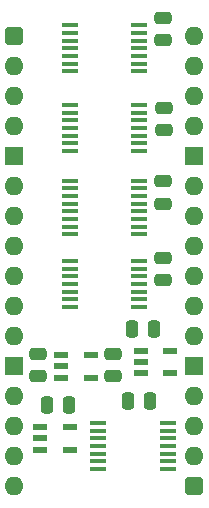
<source format=gts>
%TF.GenerationSoftware,KiCad,Pcbnew,8.0.4*%
%TF.CreationDate,2024-08-14T13:32:59+02:00*%
%TF.ProjectId,Video Device RAM Select,56696465-6f20-4446-9576-696365205241,V0*%
%TF.SameCoordinates,PX54c81a0PY37b6b20*%
%TF.FileFunction,Soldermask,Top*%
%TF.FilePolarity,Negative*%
%FSLAX46Y46*%
G04 Gerber Fmt 4.6, Leading zero omitted, Abs format (unit mm)*
G04 Created by KiCad (PCBNEW 8.0.4) date 2024-08-14 13:32:59*
%MOMM*%
%LPD*%
G01*
G04 APERTURE LIST*
G04 Aperture macros list*
%AMRoundRect*
0 Rectangle with rounded corners*
0 $1 Rounding radius*
0 $2 $3 $4 $5 $6 $7 $8 $9 X,Y pos of 4 corners*
0 Add a 4 corners polygon primitive as box body*
4,1,4,$2,$3,$4,$5,$6,$7,$8,$9,$2,$3,0*
0 Add four circle primitives for the rounded corners*
1,1,$1+$1,$2,$3*
1,1,$1+$1,$4,$5*
1,1,$1+$1,$6,$7*
1,1,$1+$1,$8,$9*
0 Add four rect primitives between the rounded corners*
20,1,$1+$1,$2,$3,$4,$5,0*
20,1,$1+$1,$4,$5,$6,$7,0*
20,1,$1+$1,$6,$7,$8,$9,0*
20,1,$1+$1,$8,$9,$2,$3,0*%
G04 Aperture macros list end*
%ADD10RoundRect,0.250000X0.475000X-0.250000X0.475000X0.250000X-0.475000X0.250000X-0.475000X-0.250000X0*%
%ADD11RoundRect,0.400000X-0.400000X-0.400000X0.400000X-0.400000X0.400000X0.400000X-0.400000X0.400000X0*%
%ADD12O,1.600000X1.600000*%
%ADD13R,1.600000X1.600000*%
%ADD14R,1.475000X0.450000*%
%ADD15RoundRect,0.250000X-0.475000X0.250000X-0.475000X-0.250000X0.475000X-0.250000X0.475000X0.250000X0*%
%ADD16RoundRect,0.250000X0.250000X0.475000X-0.250000X0.475000X-0.250000X-0.475000X0.250000X-0.475000X0*%
%ADD17R,1.450000X0.450000*%
%ADD18R,1.250000X0.600000*%
%ADD19R,1.150000X0.600000*%
G04 APERTURE END LIST*
D10*
%TO.C,C9*%
X8382000Y-28747000D03*
X8382000Y-26847000D03*
%TD*%
D11*
%TO.C,J1*%
X0Y0D03*
D12*
X0Y-2540000D03*
X0Y-5080000D03*
X0Y-7620000D03*
D13*
X0Y-10160000D03*
D12*
X0Y-12700000D03*
X0Y-15240000D03*
X0Y-17780000D03*
X0Y-20320000D03*
X0Y-22860000D03*
X0Y-25400000D03*
D13*
X0Y-27940000D03*
D12*
X0Y-30480000D03*
X0Y-33020000D03*
X0Y-35560000D03*
X0Y-38100000D03*
D11*
X15240000Y-38100000D03*
D12*
X15240000Y-35560000D03*
X15240000Y-33020000D03*
X15240000Y-30480000D03*
D13*
X15240000Y-27940000D03*
D12*
X15240000Y-25400000D03*
X15240000Y-22860000D03*
X15240000Y-20320000D03*
X15240000Y-17780000D03*
X15240000Y-15240000D03*
X15240000Y-12700000D03*
D13*
X15240000Y-10160000D03*
D12*
X15240000Y-7620000D03*
X15240000Y-5080000D03*
X15240000Y-2540000D03*
X15240000Y0D03*
%TD*%
D14*
%TO.C,IC8*%
X7095000Y-32721000D03*
X7095000Y-33371000D03*
X7095000Y-34021000D03*
X7095000Y-34671000D03*
X7095000Y-35321000D03*
X7095000Y-35971000D03*
X7095000Y-36621000D03*
X12971000Y-36621000D03*
X12971000Y-35971000D03*
X12971000Y-35321000D03*
X12971000Y-34671000D03*
X12971000Y-34021000D03*
X12971000Y-33371000D03*
X12971000Y-32721000D03*
%TD*%
D15*
%TO.C,C3*%
X12700000Y-6051000D03*
X12700000Y-7951000D03*
%TD*%
D16*
%TO.C,C6*%
X4617000Y-31242000D03*
X2717000Y-31242000D03*
%TD*%
D15*
%TO.C,C4*%
X12573000Y-18751000D03*
X12573000Y-20651000D03*
%TD*%
D14*
%TO.C,IC3*%
X4682000Y934000D03*
X4682000Y284000D03*
X4682000Y-366000D03*
X4682000Y-1016000D03*
X4682000Y-1666000D03*
X4682000Y-2316000D03*
X4682000Y-2966000D03*
X10558000Y-2966000D03*
X10558000Y-2316000D03*
X10558000Y-1666000D03*
X10558000Y-1016000D03*
X10558000Y-366000D03*
X10558000Y284000D03*
X10558000Y934000D03*
%TD*%
D17*
%TO.C,IC1*%
X4695000Y-12203000D03*
X4695000Y-12853000D03*
X4695000Y-13503000D03*
X4695000Y-14153000D03*
X4695000Y-14803000D03*
X4695000Y-15453000D03*
X4695000Y-16103000D03*
X4695000Y-16753000D03*
X10545000Y-16753000D03*
X10545000Y-16103000D03*
X10545000Y-15453000D03*
X10545000Y-14803000D03*
X10545000Y-14153000D03*
X10545000Y-13503000D03*
X10545000Y-12853000D03*
X10545000Y-12203000D03*
%TD*%
D18*
%TO.C,IC6*%
X2179000Y-33086000D03*
X2179000Y-34036000D03*
X2179000Y-34986000D03*
X4679000Y-34986000D03*
X4679000Y-33086000D03*
%TD*%
D16*
%TO.C,C7*%
X11475000Y-30861000D03*
X9575000Y-30861000D03*
%TD*%
%TO.C,C1*%
X11856000Y-24765000D03*
X9956000Y-24765000D03*
%TD*%
D10*
%TO.C,C8*%
X2032000Y-28747000D03*
X2032000Y-26847000D03*
%TD*%
D15*
%TO.C,C5*%
X12573000Y1569000D03*
X12573000Y-331000D03*
%TD*%
D19*
%TO.C,IC7*%
X3907000Y-26990000D03*
X3907000Y-27940000D03*
X3907000Y-28890000D03*
X6507000Y-28890000D03*
X6507000Y-26990000D03*
%TD*%
D15*
%TO.C,C2*%
X12573000Y-12274000D03*
X12573000Y-14174000D03*
%TD*%
D14*
%TO.C,IC5*%
X4682000Y-19005000D03*
X4682000Y-19655000D03*
X4682000Y-20305000D03*
X4682000Y-20955000D03*
X4682000Y-21605000D03*
X4682000Y-22255000D03*
X4682000Y-22905000D03*
X10558000Y-22905000D03*
X10558000Y-22255000D03*
X10558000Y-21605000D03*
X10558000Y-20955000D03*
X10558000Y-20305000D03*
X10558000Y-19655000D03*
X10558000Y-19005000D03*
%TD*%
D18*
%TO.C,IC2*%
X10688000Y-26609000D03*
X10688000Y-27559000D03*
X10688000Y-28509000D03*
X13188000Y-28509000D03*
X13188000Y-26609000D03*
%TD*%
D14*
%TO.C,IC4*%
X4682000Y-5797000D03*
X4682000Y-6447000D03*
X4682000Y-7097000D03*
X4682000Y-7747000D03*
X4682000Y-8397000D03*
X4682000Y-9047000D03*
X4682000Y-9697000D03*
X10558000Y-9697000D03*
X10558000Y-9047000D03*
X10558000Y-8397000D03*
X10558000Y-7747000D03*
X10558000Y-7097000D03*
X10558000Y-6447000D03*
X10558000Y-5797000D03*
%TD*%
M02*

</source>
